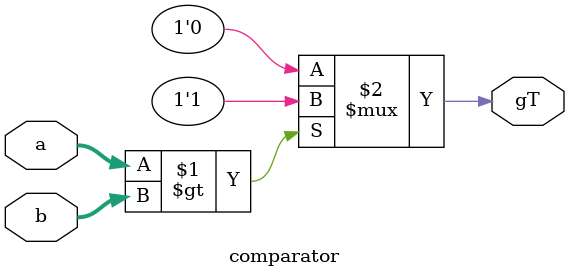
<source format=sv>
`timescale 1ns/1ns
module comparator(input [15:0] a, b, output gT);
	assign gT = (a > b) ? 1'b1 : 1'b0;
endmodule

</source>
